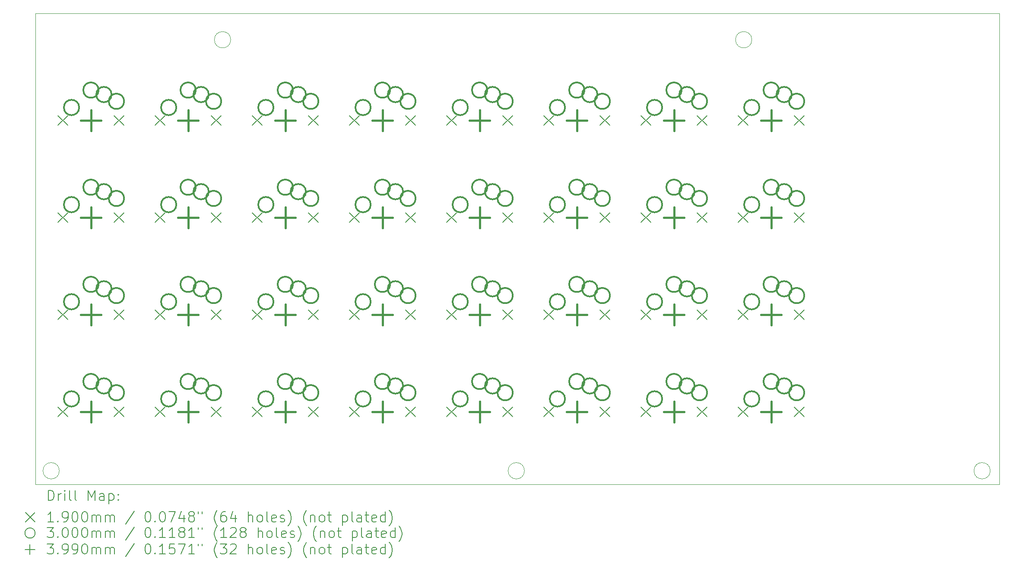
<source format=gbr>
%TF.GenerationSoftware,KiCad,Pcbnew,(6.0.8)*%
%TF.CreationDate,2023-01-16T17:00:11+01:00*%
%TF.ProjectId,The Macruwu 2.0,54686520-4d61-4637-9275-777520322e30,rev?*%
%TF.SameCoordinates,Original*%
%TF.FileFunction,Drillmap*%
%TF.FilePolarity,Positive*%
%FSLAX45Y45*%
G04 Gerber Fmt 4.5, Leading zero omitted, Abs format (unit mm)*
G04 Created by KiCad (PCBNEW (6.0.8)) date 2023-01-16 17:00:11*
%MOMM*%
%LPD*%
G01*
G04 APERTURE LIST*
%ADD10C,0.100000*%
%ADD11C,0.200000*%
%ADD12C,0.190000*%
%ADD13C,0.300000*%
%ADD14C,0.399000*%
G04 APERTURE END LIST*
D10*
X15519400Y-12141200D02*
G75*
G03*
X15519400Y-12141200I-160000J0D01*
G01*
X19977100Y-3688100D02*
G75*
G03*
X19977100Y-3688100I-160000J0D01*
G01*
X9761200Y-3688100D02*
G75*
G03*
X9761200Y-3688100I-160000J0D01*
G01*
X6400800Y-12141200D02*
G75*
G03*
X6400800Y-12141200I-160000J0D01*
G01*
X24650700Y-12141200D02*
G75*
G03*
X24650700Y-12141200I-160000J0D01*
G01*
X5930900Y-3175000D02*
X24828500Y-3175000D01*
X24828500Y-3175000D02*
X24828500Y-12407900D01*
X24828500Y-12407900D02*
X5930900Y-12407900D01*
X5930900Y-12407900D02*
X5930900Y-3175000D01*
D11*
D12*
X6375600Y-5175500D02*
X6565600Y-5365500D01*
X6565600Y-5175500D02*
X6375600Y-5365500D01*
X6375600Y-7080500D02*
X6565600Y-7270500D01*
X6565600Y-7080500D02*
X6375600Y-7270500D01*
X6375600Y-8985500D02*
X6565600Y-9175500D01*
X6565600Y-8985500D02*
X6375600Y-9175500D01*
X6375600Y-10890500D02*
X6565600Y-11080500D01*
X6565600Y-10890500D02*
X6375600Y-11080500D01*
X7475600Y-5175500D02*
X7665600Y-5365500D01*
X7665600Y-5175500D02*
X7475600Y-5365500D01*
X7475600Y-7080500D02*
X7665600Y-7270500D01*
X7665600Y-7080500D02*
X7475600Y-7270500D01*
X7475600Y-8985500D02*
X7665600Y-9175500D01*
X7665600Y-8985500D02*
X7475600Y-9175500D01*
X7475600Y-10890500D02*
X7665600Y-11080500D01*
X7665600Y-10890500D02*
X7475600Y-11080500D01*
X8280600Y-5175500D02*
X8470600Y-5365500D01*
X8470600Y-5175500D02*
X8280600Y-5365500D01*
X8280600Y-7080500D02*
X8470600Y-7270500D01*
X8470600Y-7080500D02*
X8280600Y-7270500D01*
X8280600Y-8985500D02*
X8470600Y-9175500D01*
X8470600Y-8985500D02*
X8280600Y-9175500D01*
X8280600Y-10890500D02*
X8470600Y-11080500D01*
X8470600Y-10890500D02*
X8280600Y-11080500D01*
X9380600Y-5175500D02*
X9570600Y-5365500D01*
X9570600Y-5175500D02*
X9380600Y-5365500D01*
X9380600Y-7080500D02*
X9570600Y-7270500D01*
X9570600Y-7080500D02*
X9380600Y-7270500D01*
X9380600Y-8985500D02*
X9570600Y-9175500D01*
X9570600Y-8985500D02*
X9380600Y-9175500D01*
X9380600Y-10890500D02*
X9570600Y-11080500D01*
X9570600Y-10890500D02*
X9380600Y-11080500D01*
X10185600Y-5175500D02*
X10375600Y-5365500D01*
X10375600Y-5175500D02*
X10185600Y-5365500D01*
X10185600Y-7080500D02*
X10375600Y-7270500D01*
X10375600Y-7080500D02*
X10185600Y-7270500D01*
X10185600Y-8985500D02*
X10375600Y-9175500D01*
X10375600Y-8985500D02*
X10185600Y-9175500D01*
X10185600Y-10890500D02*
X10375600Y-11080500D01*
X10375600Y-10890500D02*
X10185600Y-11080500D01*
X11285600Y-5175500D02*
X11475600Y-5365500D01*
X11475600Y-5175500D02*
X11285600Y-5365500D01*
X11285600Y-7080500D02*
X11475600Y-7270500D01*
X11475600Y-7080500D02*
X11285600Y-7270500D01*
X11285600Y-8985500D02*
X11475600Y-9175500D01*
X11475600Y-8985500D02*
X11285600Y-9175500D01*
X11285600Y-10890500D02*
X11475600Y-11080500D01*
X11475600Y-10890500D02*
X11285600Y-11080500D01*
X12090600Y-5175500D02*
X12280600Y-5365500D01*
X12280600Y-5175500D02*
X12090600Y-5365500D01*
X12090600Y-7080500D02*
X12280600Y-7270500D01*
X12280600Y-7080500D02*
X12090600Y-7270500D01*
X12090600Y-8985500D02*
X12280600Y-9175500D01*
X12280600Y-8985500D02*
X12090600Y-9175500D01*
X12090600Y-10890500D02*
X12280600Y-11080500D01*
X12280600Y-10890500D02*
X12090600Y-11080500D01*
X13190600Y-5175500D02*
X13380600Y-5365500D01*
X13380600Y-5175500D02*
X13190600Y-5365500D01*
X13190600Y-7080500D02*
X13380600Y-7270500D01*
X13380600Y-7080500D02*
X13190600Y-7270500D01*
X13190600Y-8985500D02*
X13380600Y-9175500D01*
X13380600Y-8985500D02*
X13190600Y-9175500D01*
X13190600Y-10890500D02*
X13380600Y-11080500D01*
X13380600Y-10890500D02*
X13190600Y-11080500D01*
X13995600Y-5175500D02*
X14185600Y-5365500D01*
X14185600Y-5175500D02*
X13995600Y-5365500D01*
X13995600Y-7080500D02*
X14185600Y-7270500D01*
X14185600Y-7080500D02*
X13995600Y-7270500D01*
X13995600Y-8985500D02*
X14185600Y-9175500D01*
X14185600Y-8985500D02*
X13995600Y-9175500D01*
X13995600Y-10890500D02*
X14185600Y-11080500D01*
X14185600Y-10890500D02*
X13995600Y-11080500D01*
X15095600Y-5175500D02*
X15285600Y-5365500D01*
X15285600Y-5175500D02*
X15095600Y-5365500D01*
X15095600Y-7080500D02*
X15285600Y-7270500D01*
X15285600Y-7080500D02*
X15095600Y-7270500D01*
X15095600Y-8985500D02*
X15285600Y-9175500D01*
X15285600Y-8985500D02*
X15095600Y-9175500D01*
X15095600Y-10890500D02*
X15285600Y-11080500D01*
X15285600Y-10890500D02*
X15095600Y-11080500D01*
X15900600Y-5175500D02*
X16090600Y-5365500D01*
X16090600Y-5175500D02*
X15900600Y-5365500D01*
X15900600Y-7080500D02*
X16090600Y-7270500D01*
X16090600Y-7080500D02*
X15900600Y-7270500D01*
X15900600Y-8985500D02*
X16090600Y-9175500D01*
X16090600Y-8985500D02*
X15900600Y-9175500D01*
X15900600Y-10890500D02*
X16090600Y-11080500D01*
X16090600Y-10890500D02*
X15900600Y-11080500D01*
X17000600Y-5175500D02*
X17190600Y-5365500D01*
X17190600Y-5175500D02*
X17000600Y-5365500D01*
X17000600Y-7080500D02*
X17190600Y-7270500D01*
X17190600Y-7080500D02*
X17000600Y-7270500D01*
X17000600Y-8985500D02*
X17190600Y-9175500D01*
X17190600Y-8985500D02*
X17000600Y-9175500D01*
X17000600Y-10890500D02*
X17190600Y-11080500D01*
X17190600Y-10890500D02*
X17000600Y-11080500D01*
X17805600Y-5175500D02*
X17995600Y-5365500D01*
X17995600Y-5175500D02*
X17805600Y-5365500D01*
X17805600Y-7080500D02*
X17995600Y-7270500D01*
X17995600Y-7080500D02*
X17805600Y-7270500D01*
X17805600Y-8985500D02*
X17995600Y-9175500D01*
X17995600Y-8985500D02*
X17805600Y-9175500D01*
X17805600Y-10890500D02*
X17995600Y-11080500D01*
X17995600Y-10890500D02*
X17805600Y-11080500D01*
X18905600Y-5175500D02*
X19095600Y-5365500D01*
X19095600Y-5175500D02*
X18905600Y-5365500D01*
X18905600Y-7080500D02*
X19095600Y-7270500D01*
X19095600Y-7080500D02*
X18905600Y-7270500D01*
X18905600Y-8985500D02*
X19095600Y-9175500D01*
X19095600Y-8985500D02*
X18905600Y-9175500D01*
X18905600Y-10890500D02*
X19095600Y-11080500D01*
X19095600Y-10890500D02*
X18905600Y-11080500D01*
X19710600Y-5175500D02*
X19900600Y-5365500D01*
X19900600Y-5175500D02*
X19710600Y-5365500D01*
X19710600Y-7080500D02*
X19900600Y-7270500D01*
X19900600Y-7080500D02*
X19710600Y-7270500D01*
X19710600Y-8985500D02*
X19900600Y-9175500D01*
X19900600Y-8985500D02*
X19710600Y-9175500D01*
X19710600Y-10890500D02*
X19900600Y-11080500D01*
X19900600Y-10890500D02*
X19710600Y-11080500D01*
X20810600Y-5175500D02*
X21000600Y-5365500D01*
X21000600Y-5175500D02*
X20810600Y-5365500D01*
X20810600Y-7080500D02*
X21000600Y-7270500D01*
X21000600Y-7080500D02*
X20810600Y-7270500D01*
X20810600Y-8985500D02*
X21000600Y-9175500D01*
X21000600Y-8985500D02*
X20810600Y-9175500D01*
X20810600Y-10890500D02*
X21000600Y-11080500D01*
X21000600Y-10890500D02*
X20810600Y-11080500D01*
D13*
X6789600Y-5016500D02*
G75*
G03*
X6789600Y-5016500I-150000J0D01*
G01*
X6789600Y-6921500D02*
G75*
G03*
X6789600Y-6921500I-150000J0D01*
G01*
X6789600Y-8826500D02*
G75*
G03*
X6789600Y-8826500I-150000J0D01*
G01*
X6789600Y-10731500D02*
G75*
G03*
X6789600Y-10731500I-150000J0D01*
G01*
X7170600Y-4675500D02*
G75*
G03*
X7170600Y-4675500I-150000J0D01*
G01*
X7170600Y-6580500D02*
G75*
G03*
X7170600Y-6580500I-150000J0D01*
G01*
X7170600Y-8485500D02*
G75*
G03*
X7170600Y-8485500I-150000J0D01*
G01*
X7170600Y-10390500D02*
G75*
G03*
X7170600Y-10390500I-150000J0D01*
G01*
X7424600Y-4762500D02*
G75*
G03*
X7424600Y-4762500I-150000J0D01*
G01*
X7424600Y-6667500D02*
G75*
G03*
X7424600Y-6667500I-150000J0D01*
G01*
X7424600Y-8572500D02*
G75*
G03*
X7424600Y-8572500I-150000J0D01*
G01*
X7424600Y-10477500D02*
G75*
G03*
X7424600Y-10477500I-150000J0D01*
G01*
X7670600Y-4895500D02*
G75*
G03*
X7670600Y-4895500I-150000J0D01*
G01*
X7670600Y-6800500D02*
G75*
G03*
X7670600Y-6800500I-150000J0D01*
G01*
X7670600Y-8705500D02*
G75*
G03*
X7670600Y-8705500I-150000J0D01*
G01*
X7670600Y-10610500D02*
G75*
G03*
X7670600Y-10610500I-150000J0D01*
G01*
X8694600Y-5016500D02*
G75*
G03*
X8694600Y-5016500I-150000J0D01*
G01*
X8694600Y-6921500D02*
G75*
G03*
X8694600Y-6921500I-150000J0D01*
G01*
X8694600Y-8826500D02*
G75*
G03*
X8694600Y-8826500I-150000J0D01*
G01*
X8694600Y-10731500D02*
G75*
G03*
X8694600Y-10731500I-150000J0D01*
G01*
X9075600Y-4675500D02*
G75*
G03*
X9075600Y-4675500I-150000J0D01*
G01*
X9075600Y-6580500D02*
G75*
G03*
X9075600Y-6580500I-150000J0D01*
G01*
X9075600Y-8485500D02*
G75*
G03*
X9075600Y-8485500I-150000J0D01*
G01*
X9075600Y-10390500D02*
G75*
G03*
X9075600Y-10390500I-150000J0D01*
G01*
X9329600Y-4762500D02*
G75*
G03*
X9329600Y-4762500I-150000J0D01*
G01*
X9329600Y-6667500D02*
G75*
G03*
X9329600Y-6667500I-150000J0D01*
G01*
X9329600Y-8572500D02*
G75*
G03*
X9329600Y-8572500I-150000J0D01*
G01*
X9329600Y-10477500D02*
G75*
G03*
X9329600Y-10477500I-150000J0D01*
G01*
X9575600Y-4895500D02*
G75*
G03*
X9575600Y-4895500I-150000J0D01*
G01*
X9575600Y-6800500D02*
G75*
G03*
X9575600Y-6800500I-150000J0D01*
G01*
X9575600Y-8705500D02*
G75*
G03*
X9575600Y-8705500I-150000J0D01*
G01*
X9575600Y-10610500D02*
G75*
G03*
X9575600Y-10610500I-150000J0D01*
G01*
X10599600Y-5016500D02*
G75*
G03*
X10599600Y-5016500I-150000J0D01*
G01*
X10599600Y-6921500D02*
G75*
G03*
X10599600Y-6921500I-150000J0D01*
G01*
X10599600Y-8826500D02*
G75*
G03*
X10599600Y-8826500I-150000J0D01*
G01*
X10599600Y-10731500D02*
G75*
G03*
X10599600Y-10731500I-150000J0D01*
G01*
X10980600Y-4675500D02*
G75*
G03*
X10980600Y-4675500I-150000J0D01*
G01*
X10980600Y-6580500D02*
G75*
G03*
X10980600Y-6580500I-150000J0D01*
G01*
X10980600Y-8485500D02*
G75*
G03*
X10980600Y-8485500I-150000J0D01*
G01*
X10980600Y-10390500D02*
G75*
G03*
X10980600Y-10390500I-150000J0D01*
G01*
X11234600Y-4762500D02*
G75*
G03*
X11234600Y-4762500I-150000J0D01*
G01*
X11234600Y-6667500D02*
G75*
G03*
X11234600Y-6667500I-150000J0D01*
G01*
X11234600Y-8572500D02*
G75*
G03*
X11234600Y-8572500I-150000J0D01*
G01*
X11234600Y-10477500D02*
G75*
G03*
X11234600Y-10477500I-150000J0D01*
G01*
X11480600Y-4895500D02*
G75*
G03*
X11480600Y-4895500I-150000J0D01*
G01*
X11480600Y-6800500D02*
G75*
G03*
X11480600Y-6800500I-150000J0D01*
G01*
X11480600Y-8705500D02*
G75*
G03*
X11480600Y-8705500I-150000J0D01*
G01*
X11480600Y-10610500D02*
G75*
G03*
X11480600Y-10610500I-150000J0D01*
G01*
X12504600Y-5016500D02*
G75*
G03*
X12504600Y-5016500I-150000J0D01*
G01*
X12504600Y-6921500D02*
G75*
G03*
X12504600Y-6921500I-150000J0D01*
G01*
X12504600Y-8826500D02*
G75*
G03*
X12504600Y-8826500I-150000J0D01*
G01*
X12504600Y-10731500D02*
G75*
G03*
X12504600Y-10731500I-150000J0D01*
G01*
X12885600Y-4675500D02*
G75*
G03*
X12885600Y-4675500I-150000J0D01*
G01*
X12885600Y-6580500D02*
G75*
G03*
X12885600Y-6580500I-150000J0D01*
G01*
X12885600Y-8485500D02*
G75*
G03*
X12885600Y-8485500I-150000J0D01*
G01*
X12885600Y-10390500D02*
G75*
G03*
X12885600Y-10390500I-150000J0D01*
G01*
X13139600Y-4762500D02*
G75*
G03*
X13139600Y-4762500I-150000J0D01*
G01*
X13139600Y-6667500D02*
G75*
G03*
X13139600Y-6667500I-150000J0D01*
G01*
X13139600Y-8572500D02*
G75*
G03*
X13139600Y-8572500I-150000J0D01*
G01*
X13139600Y-10477500D02*
G75*
G03*
X13139600Y-10477500I-150000J0D01*
G01*
X13385600Y-4895500D02*
G75*
G03*
X13385600Y-4895500I-150000J0D01*
G01*
X13385600Y-6800500D02*
G75*
G03*
X13385600Y-6800500I-150000J0D01*
G01*
X13385600Y-8705500D02*
G75*
G03*
X13385600Y-8705500I-150000J0D01*
G01*
X13385600Y-10610500D02*
G75*
G03*
X13385600Y-10610500I-150000J0D01*
G01*
X14409600Y-5016500D02*
G75*
G03*
X14409600Y-5016500I-150000J0D01*
G01*
X14409600Y-6921500D02*
G75*
G03*
X14409600Y-6921500I-150000J0D01*
G01*
X14409600Y-8826500D02*
G75*
G03*
X14409600Y-8826500I-150000J0D01*
G01*
X14409600Y-10731500D02*
G75*
G03*
X14409600Y-10731500I-150000J0D01*
G01*
X14790600Y-4675500D02*
G75*
G03*
X14790600Y-4675500I-150000J0D01*
G01*
X14790600Y-6580500D02*
G75*
G03*
X14790600Y-6580500I-150000J0D01*
G01*
X14790600Y-8485500D02*
G75*
G03*
X14790600Y-8485500I-150000J0D01*
G01*
X14790600Y-10390500D02*
G75*
G03*
X14790600Y-10390500I-150000J0D01*
G01*
X15044600Y-4762500D02*
G75*
G03*
X15044600Y-4762500I-150000J0D01*
G01*
X15044600Y-6667500D02*
G75*
G03*
X15044600Y-6667500I-150000J0D01*
G01*
X15044600Y-8572500D02*
G75*
G03*
X15044600Y-8572500I-150000J0D01*
G01*
X15044600Y-10477500D02*
G75*
G03*
X15044600Y-10477500I-150000J0D01*
G01*
X15290600Y-4895500D02*
G75*
G03*
X15290600Y-4895500I-150000J0D01*
G01*
X15290600Y-6800500D02*
G75*
G03*
X15290600Y-6800500I-150000J0D01*
G01*
X15290600Y-8705500D02*
G75*
G03*
X15290600Y-8705500I-150000J0D01*
G01*
X15290600Y-10610500D02*
G75*
G03*
X15290600Y-10610500I-150000J0D01*
G01*
X16314600Y-5016500D02*
G75*
G03*
X16314600Y-5016500I-150000J0D01*
G01*
X16314600Y-6921500D02*
G75*
G03*
X16314600Y-6921500I-150000J0D01*
G01*
X16314600Y-8826500D02*
G75*
G03*
X16314600Y-8826500I-150000J0D01*
G01*
X16314600Y-10731500D02*
G75*
G03*
X16314600Y-10731500I-150000J0D01*
G01*
X16695600Y-4675500D02*
G75*
G03*
X16695600Y-4675500I-150000J0D01*
G01*
X16695600Y-6580500D02*
G75*
G03*
X16695600Y-6580500I-150000J0D01*
G01*
X16695600Y-8485500D02*
G75*
G03*
X16695600Y-8485500I-150000J0D01*
G01*
X16695600Y-10390500D02*
G75*
G03*
X16695600Y-10390500I-150000J0D01*
G01*
X16949600Y-4762500D02*
G75*
G03*
X16949600Y-4762500I-150000J0D01*
G01*
X16949600Y-6667500D02*
G75*
G03*
X16949600Y-6667500I-150000J0D01*
G01*
X16949600Y-8572500D02*
G75*
G03*
X16949600Y-8572500I-150000J0D01*
G01*
X16949600Y-10477500D02*
G75*
G03*
X16949600Y-10477500I-150000J0D01*
G01*
X17195600Y-4895500D02*
G75*
G03*
X17195600Y-4895500I-150000J0D01*
G01*
X17195600Y-6800500D02*
G75*
G03*
X17195600Y-6800500I-150000J0D01*
G01*
X17195600Y-8705500D02*
G75*
G03*
X17195600Y-8705500I-150000J0D01*
G01*
X17195600Y-10610500D02*
G75*
G03*
X17195600Y-10610500I-150000J0D01*
G01*
X18219600Y-5016500D02*
G75*
G03*
X18219600Y-5016500I-150000J0D01*
G01*
X18219600Y-6921500D02*
G75*
G03*
X18219600Y-6921500I-150000J0D01*
G01*
X18219600Y-8826500D02*
G75*
G03*
X18219600Y-8826500I-150000J0D01*
G01*
X18219600Y-10731500D02*
G75*
G03*
X18219600Y-10731500I-150000J0D01*
G01*
X18600600Y-4675500D02*
G75*
G03*
X18600600Y-4675500I-150000J0D01*
G01*
X18600600Y-6580500D02*
G75*
G03*
X18600600Y-6580500I-150000J0D01*
G01*
X18600600Y-8485500D02*
G75*
G03*
X18600600Y-8485500I-150000J0D01*
G01*
X18600600Y-10390500D02*
G75*
G03*
X18600600Y-10390500I-150000J0D01*
G01*
X18854600Y-4762500D02*
G75*
G03*
X18854600Y-4762500I-150000J0D01*
G01*
X18854600Y-6667500D02*
G75*
G03*
X18854600Y-6667500I-150000J0D01*
G01*
X18854600Y-8572500D02*
G75*
G03*
X18854600Y-8572500I-150000J0D01*
G01*
X18854600Y-10477500D02*
G75*
G03*
X18854600Y-10477500I-150000J0D01*
G01*
X19100600Y-4895500D02*
G75*
G03*
X19100600Y-4895500I-150000J0D01*
G01*
X19100600Y-6800500D02*
G75*
G03*
X19100600Y-6800500I-150000J0D01*
G01*
X19100600Y-8705500D02*
G75*
G03*
X19100600Y-8705500I-150000J0D01*
G01*
X19100600Y-10610500D02*
G75*
G03*
X19100600Y-10610500I-150000J0D01*
G01*
X20124600Y-5016500D02*
G75*
G03*
X20124600Y-5016500I-150000J0D01*
G01*
X20124600Y-6921500D02*
G75*
G03*
X20124600Y-6921500I-150000J0D01*
G01*
X20124600Y-8826500D02*
G75*
G03*
X20124600Y-8826500I-150000J0D01*
G01*
X20124600Y-10731500D02*
G75*
G03*
X20124600Y-10731500I-150000J0D01*
G01*
X20505600Y-4675500D02*
G75*
G03*
X20505600Y-4675500I-150000J0D01*
G01*
X20505600Y-6580500D02*
G75*
G03*
X20505600Y-6580500I-150000J0D01*
G01*
X20505600Y-8485500D02*
G75*
G03*
X20505600Y-8485500I-150000J0D01*
G01*
X20505600Y-10390500D02*
G75*
G03*
X20505600Y-10390500I-150000J0D01*
G01*
X20759600Y-4762500D02*
G75*
G03*
X20759600Y-4762500I-150000J0D01*
G01*
X20759600Y-6667500D02*
G75*
G03*
X20759600Y-6667500I-150000J0D01*
G01*
X20759600Y-8572500D02*
G75*
G03*
X20759600Y-8572500I-150000J0D01*
G01*
X20759600Y-10477500D02*
G75*
G03*
X20759600Y-10477500I-150000J0D01*
G01*
X21005600Y-4895500D02*
G75*
G03*
X21005600Y-4895500I-150000J0D01*
G01*
X21005600Y-6800500D02*
G75*
G03*
X21005600Y-6800500I-150000J0D01*
G01*
X21005600Y-8705500D02*
G75*
G03*
X21005600Y-8705500I-150000J0D01*
G01*
X21005600Y-10610500D02*
G75*
G03*
X21005600Y-10610500I-150000J0D01*
G01*
D14*
X7020600Y-5071000D02*
X7020600Y-5470000D01*
X6821100Y-5270500D02*
X7220100Y-5270500D01*
X7020600Y-6976000D02*
X7020600Y-7375000D01*
X6821100Y-7175500D02*
X7220100Y-7175500D01*
X7020600Y-8881000D02*
X7020600Y-9280000D01*
X6821100Y-9080500D02*
X7220100Y-9080500D01*
X7020600Y-10786000D02*
X7020600Y-11185000D01*
X6821100Y-10985500D02*
X7220100Y-10985500D01*
X8925600Y-5071000D02*
X8925600Y-5470000D01*
X8726100Y-5270500D02*
X9125100Y-5270500D01*
X8925600Y-6976000D02*
X8925600Y-7375000D01*
X8726100Y-7175500D02*
X9125100Y-7175500D01*
X8925600Y-8881000D02*
X8925600Y-9280000D01*
X8726100Y-9080500D02*
X9125100Y-9080500D01*
X8925600Y-10786000D02*
X8925600Y-11185000D01*
X8726100Y-10985500D02*
X9125100Y-10985500D01*
X10830600Y-5071000D02*
X10830600Y-5470000D01*
X10631100Y-5270500D02*
X11030100Y-5270500D01*
X10830600Y-6976000D02*
X10830600Y-7375000D01*
X10631100Y-7175500D02*
X11030100Y-7175500D01*
X10830600Y-8881000D02*
X10830600Y-9280000D01*
X10631100Y-9080500D02*
X11030100Y-9080500D01*
X10830600Y-10786000D02*
X10830600Y-11185000D01*
X10631100Y-10985500D02*
X11030100Y-10985500D01*
X12735600Y-5071000D02*
X12735600Y-5470000D01*
X12536100Y-5270500D02*
X12935100Y-5270500D01*
X12735600Y-6976000D02*
X12735600Y-7375000D01*
X12536100Y-7175500D02*
X12935100Y-7175500D01*
X12735600Y-8881000D02*
X12735600Y-9280000D01*
X12536100Y-9080500D02*
X12935100Y-9080500D01*
X12735600Y-10786000D02*
X12735600Y-11185000D01*
X12536100Y-10985500D02*
X12935100Y-10985500D01*
X14640600Y-5071000D02*
X14640600Y-5470000D01*
X14441100Y-5270500D02*
X14840100Y-5270500D01*
X14640600Y-6976000D02*
X14640600Y-7375000D01*
X14441100Y-7175500D02*
X14840100Y-7175500D01*
X14640600Y-8881000D02*
X14640600Y-9280000D01*
X14441100Y-9080500D02*
X14840100Y-9080500D01*
X14640600Y-10786000D02*
X14640600Y-11185000D01*
X14441100Y-10985500D02*
X14840100Y-10985500D01*
X16545600Y-5071000D02*
X16545600Y-5470000D01*
X16346100Y-5270500D02*
X16745100Y-5270500D01*
X16545600Y-6976000D02*
X16545600Y-7375000D01*
X16346100Y-7175500D02*
X16745100Y-7175500D01*
X16545600Y-8881000D02*
X16545600Y-9280000D01*
X16346100Y-9080500D02*
X16745100Y-9080500D01*
X16545600Y-10786000D02*
X16545600Y-11185000D01*
X16346100Y-10985500D02*
X16745100Y-10985500D01*
X18450600Y-5071000D02*
X18450600Y-5470000D01*
X18251100Y-5270500D02*
X18650100Y-5270500D01*
X18450600Y-6976000D02*
X18450600Y-7375000D01*
X18251100Y-7175500D02*
X18650100Y-7175500D01*
X18450600Y-8881000D02*
X18450600Y-9280000D01*
X18251100Y-9080500D02*
X18650100Y-9080500D01*
X18450600Y-10786000D02*
X18450600Y-11185000D01*
X18251100Y-10985500D02*
X18650100Y-10985500D01*
X20355600Y-5071000D02*
X20355600Y-5470000D01*
X20156100Y-5270500D02*
X20555100Y-5270500D01*
X20355600Y-6976000D02*
X20355600Y-7375000D01*
X20156100Y-7175500D02*
X20555100Y-7175500D01*
X20355600Y-8881000D02*
X20355600Y-9280000D01*
X20156100Y-9080500D02*
X20555100Y-9080500D01*
X20355600Y-10786000D02*
X20355600Y-11185000D01*
X20156100Y-10985500D02*
X20555100Y-10985500D01*
D11*
X6183519Y-12723376D02*
X6183519Y-12523376D01*
X6231138Y-12523376D01*
X6259709Y-12532900D01*
X6278757Y-12551948D01*
X6288281Y-12570995D01*
X6297805Y-12609090D01*
X6297805Y-12637662D01*
X6288281Y-12675757D01*
X6278757Y-12694805D01*
X6259709Y-12713852D01*
X6231138Y-12723376D01*
X6183519Y-12723376D01*
X6383519Y-12723376D02*
X6383519Y-12590043D01*
X6383519Y-12628138D02*
X6393043Y-12609090D01*
X6402567Y-12599567D01*
X6421614Y-12590043D01*
X6440662Y-12590043D01*
X6507328Y-12723376D02*
X6507328Y-12590043D01*
X6507328Y-12523376D02*
X6497805Y-12532900D01*
X6507328Y-12542424D01*
X6516852Y-12532900D01*
X6507328Y-12523376D01*
X6507328Y-12542424D01*
X6631138Y-12723376D02*
X6612090Y-12713852D01*
X6602567Y-12694805D01*
X6602567Y-12523376D01*
X6735900Y-12723376D02*
X6716852Y-12713852D01*
X6707328Y-12694805D01*
X6707328Y-12523376D01*
X6964471Y-12723376D02*
X6964471Y-12523376D01*
X7031138Y-12666233D01*
X7097805Y-12523376D01*
X7097805Y-12723376D01*
X7278757Y-12723376D02*
X7278757Y-12618614D01*
X7269233Y-12599567D01*
X7250186Y-12590043D01*
X7212090Y-12590043D01*
X7193043Y-12599567D01*
X7278757Y-12713852D02*
X7259709Y-12723376D01*
X7212090Y-12723376D01*
X7193043Y-12713852D01*
X7183519Y-12694805D01*
X7183519Y-12675757D01*
X7193043Y-12656709D01*
X7212090Y-12647186D01*
X7259709Y-12647186D01*
X7278757Y-12637662D01*
X7373995Y-12590043D02*
X7373995Y-12790043D01*
X7373995Y-12599567D02*
X7393043Y-12590043D01*
X7431138Y-12590043D01*
X7450186Y-12599567D01*
X7459709Y-12609090D01*
X7469233Y-12628138D01*
X7469233Y-12685281D01*
X7459709Y-12704328D01*
X7450186Y-12713852D01*
X7431138Y-12723376D01*
X7393043Y-12723376D01*
X7373995Y-12713852D01*
X7554948Y-12704328D02*
X7564471Y-12713852D01*
X7554948Y-12723376D01*
X7545424Y-12713852D01*
X7554948Y-12704328D01*
X7554948Y-12723376D01*
X7554948Y-12599567D02*
X7564471Y-12609090D01*
X7554948Y-12618614D01*
X7545424Y-12609090D01*
X7554948Y-12599567D01*
X7554948Y-12618614D01*
D12*
X5735900Y-12957900D02*
X5925900Y-13147900D01*
X5925900Y-12957900D02*
X5735900Y-13147900D01*
D11*
X6288281Y-13143376D02*
X6173995Y-13143376D01*
X6231138Y-13143376D02*
X6231138Y-12943376D01*
X6212090Y-12971948D01*
X6193043Y-12990995D01*
X6173995Y-13000519D01*
X6373995Y-13124328D02*
X6383519Y-13133852D01*
X6373995Y-13143376D01*
X6364471Y-13133852D01*
X6373995Y-13124328D01*
X6373995Y-13143376D01*
X6478757Y-13143376D02*
X6516852Y-13143376D01*
X6535900Y-13133852D01*
X6545424Y-13124328D01*
X6564471Y-13095757D01*
X6573995Y-13057662D01*
X6573995Y-12981471D01*
X6564471Y-12962424D01*
X6554948Y-12952900D01*
X6535900Y-12943376D01*
X6497805Y-12943376D01*
X6478757Y-12952900D01*
X6469233Y-12962424D01*
X6459709Y-12981471D01*
X6459709Y-13029090D01*
X6469233Y-13048138D01*
X6478757Y-13057662D01*
X6497805Y-13067186D01*
X6535900Y-13067186D01*
X6554948Y-13057662D01*
X6564471Y-13048138D01*
X6573995Y-13029090D01*
X6697805Y-12943376D02*
X6716852Y-12943376D01*
X6735900Y-12952900D01*
X6745424Y-12962424D01*
X6754948Y-12981471D01*
X6764471Y-13019567D01*
X6764471Y-13067186D01*
X6754948Y-13105281D01*
X6745424Y-13124328D01*
X6735900Y-13133852D01*
X6716852Y-13143376D01*
X6697805Y-13143376D01*
X6678757Y-13133852D01*
X6669233Y-13124328D01*
X6659709Y-13105281D01*
X6650186Y-13067186D01*
X6650186Y-13019567D01*
X6659709Y-12981471D01*
X6669233Y-12962424D01*
X6678757Y-12952900D01*
X6697805Y-12943376D01*
X6888281Y-12943376D02*
X6907328Y-12943376D01*
X6926376Y-12952900D01*
X6935900Y-12962424D01*
X6945424Y-12981471D01*
X6954948Y-13019567D01*
X6954948Y-13067186D01*
X6945424Y-13105281D01*
X6935900Y-13124328D01*
X6926376Y-13133852D01*
X6907328Y-13143376D01*
X6888281Y-13143376D01*
X6869233Y-13133852D01*
X6859709Y-13124328D01*
X6850186Y-13105281D01*
X6840662Y-13067186D01*
X6840662Y-13019567D01*
X6850186Y-12981471D01*
X6859709Y-12962424D01*
X6869233Y-12952900D01*
X6888281Y-12943376D01*
X7040662Y-13143376D02*
X7040662Y-13010043D01*
X7040662Y-13029090D02*
X7050186Y-13019567D01*
X7069233Y-13010043D01*
X7097805Y-13010043D01*
X7116852Y-13019567D01*
X7126376Y-13038614D01*
X7126376Y-13143376D01*
X7126376Y-13038614D02*
X7135900Y-13019567D01*
X7154948Y-13010043D01*
X7183519Y-13010043D01*
X7202567Y-13019567D01*
X7212090Y-13038614D01*
X7212090Y-13143376D01*
X7307328Y-13143376D02*
X7307328Y-13010043D01*
X7307328Y-13029090D02*
X7316852Y-13019567D01*
X7335900Y-13010043D01*
X7364471Y-13010043D01*
X7383519Y-13019567D01*
X7393043Y-13038614D01*
X7393043Y-13143376D01*
X7393043Y-13038614D02*
X7402567Y-13019567D01*
X7421614Y-13010043D01*
X7450186Y-13010043D01*
X7469233Y-13019567D01*
X7478757Y-13038614D01*
X7478757Y-13143376D01*
X7869233Y-12933852D02*
X7697805Y-13190995D01*
X8126376Y-12943376D02*
X8145424Y-12943376D01*
X8164471Y-12952900D01*
X8173995Y-12962424D01*
X8183519Y-12981471D01*
X8193043Y-13019567D01*
X8193043Y-13067186D01*
X8183519Y-13105281D01*
X8173995Y-13124328D01*
X8164471Y-13133852D01*
X8145424Y-13143376D01*
X8126376Y-13143376D01*
X8107328Y-13133852D01*
X8097805Y-13124328D01*
X8088281Y-13105281D01*
X8078757Y-13067186D01*
X8078757Y-13019567D01*
X8088281Y-12981471D01*
X8097805Y-12962424D01*
X8107328Y-12952900D01*
X8126376Y-12943376D01*
X8278757Y-13124328D02*
X8288281Y-13133852D01*
X8278757Y-13143376D01*
X8269233Y-13133852D01*
X8278757Y-13124328D01*
X8278757Y-13143376D01*
X8412090Y-12943376D02*
X8431138Y-12943376D01*
X8450186Y-12952900D01*
X8459710Y-12962424D01*
X8469233Y-12981471D01*
X8478757Y-13019567D01*
X8478757Y-13067186D01*
X8469233Y-13105281D01*
X8459710Y-13124328D01*
X8450186Y-13133852D01*
X8431138Y-13143376D01*
X8412090Y-13143376D01*
X8393043Y-13133852D01*
X8383519Y-13124328D01*
X8373995Y-13105281D01*
X8364471Y-13067186D01*
X8364471Y-13019567D01*
X8373995Y-12981471D01*
X8383519Y-12962424D01*
X8393043Y-12952900D01*
X8412090Y-12943376D01*
X8545424Y-12943376D02*
X8678757Y-12943376D01*
X8593043Y-13143376D01*
X8840662Y-13010043D02*
X8840662Y-13143376D01*
X8793043Y-12933852D02*
X8745424Y-13076709D01*
X8869233Y-13076709D01*
X8973995Y-13029090D02*
X8954948Y-13019567D01*
X8945424Y-13010043D01*
X8935900Y-12990995D01*
X8935900Y-12981471D01*
X8945424Y-12962424D01*
X8954948Y-12952900D01*
X8973995Y-12943376D01*
X9012090Y-12943376D01*
X9031138Y-12952900D01*
X9040662Y-12962424D01*
X9050186Y-12981471D01*
X9050186Y-12990995D01*
X9040662Y-13010043D01*
X9031138Y-13019567D01*
X9012090Y-13029090D01*
X8973995Y-13029090D01*
X8954948Y-13038614D01*
X8945424Y-13048138D01*
X8935900Y-13067186D01*
X8935900Y-13105281D01*
X8945424Y-13124328D01*
X8954948Y-13133852D01*
X8973995Y-13143376D01*
X9012090Y-13143376D01*
X9031138Y-13133852D01*
X9040662Y-13124328D01*
X9050186Y-13105281D01*
X9050186Y-13067186D01*
X9040662Y-13048138D01*
X9031138Y-13038614D01*
X9012090Y-13029090D01*
X9126376Y-12943376D02*
X9126376Y-12981471D01*
X9202567Y-12943376D02*
X9202567Y-12981471D01*
X9497805Y-13219567D02*
X9488281Y-13210043D01*
X9469233Y-13181471D01*
X9459710Y-13162424D01*
X9450186Y-13133852D01*
X9440662Y-13086233D01*
X9440662Y-13048138D01*
X9450186Y-13000519D01*
X9459710Y-12971948D01*
X9469233Y-12952900D01*
X9488281Y-12924328D01*
X9497805Y-12914805D01*
X9659710Y-12943376D02*
X9621614Y-12943376D01*
X9602567Y-12952900D01*
X9593043Y-12962424D01*
X9573995Y-12990995D01*
X9564471Y-13029090D01*
X9564471Y-13105281D01*
X9573995Y-13124328D01*
X9583519Y-13133852D01*
X9602567Y-13143376D01*
X9640662Y-13143376D01*
X9659710Y-13133852D01*
X9669233Y-13124328D01*
X9678757Y-13105281D01*
X9678757Y-13057662D01*
X9669233Y-13038614D01*
X9659710Y-13029090D01*
X9640662Y-13019567D01*
X9602567Y-13019567D01*
X9583519Y-13029090D01*
X9573995Y-13038614D01*
X9564471Y-13057662D01*
X9850186Y-13010043D02*
X9850186Y-13143376D01*
X9802567Y-12933852D02*
X9754948Y-13076709D01*
X9878757Y-13076709D01*
X10107329Y-13143376D02*
X10107329Y-12943376D01*
X10193043Y-13143376D02*
X10193043Y-13038614D01*
X10183519Y-13019567D01*
X10164471Y-13010043D01*
X10135900Y-13010043D01*
X10116852Y-13019567D01*
X10107329Y-13029090D01*
X10316852Y-13143376D02*
X10297805Y-13133852D01*
X10288281Y-13124328D01*
X10278757Y-13105281D01*
X10278757Y-13048138D01*
X10288281Y-13029090D01*
X10297805Y-13019567D01*
X10316852Y-13010043D01*
X10345424Y-13010043D01*
X10364471Y-13019567D01*
X10373995Y-13029090D01*
X10383519Y-13048138D01*
X10383519Y-13105281D01*
X10373995Y-13124328D01*
X10364471Y-13133852D01*
X10345424Y-13143376D01*
X10316852Y-13143376D01*
X10497805Y-13143376D02*
X10478757Y-13133852D01*
X10469233Y-13114805D01*
X10469233Y-12943376D01*
X10650186Y-13133852D02*
X10631138Y-13143376D01*
X10593043Y-13143376D01*
X10573995Y-13133852D01*
X10564471Y-13114805D01*
X10564471Y-13038614D01*
X10573995Y-13019567D01*
X10593043Y-13010043D01*
X10631138Y-13010043D01*
X10650186Y-13019567D01*
X10659710Y-13038614D01*
X10659710Y-13057662D01*
X10564471Y-13076709D01*
X10735900Y-13133852D02*
X10754948Y-13143376D01*
X10793043Y-13143376D01*
X10812090Y-13133852D01*
X10821614Y-13114805D01*
X10821614Y-13105281D01*
X10812090Y-13086233D01*
X10793043Y-13076709D01*
X10764471Y-13076709D01*
X10745424Y-13067186D01*
X10735900Y-13048138D01*
X10735900Y-13038614D01*
X10745424Y-13019567D01*
X10764471Y-13010043D01*
X10793043Y-13010043D01*
X10812090Y-13019567D01*
X10888281Y-13219567D02*
X10897805Y-13210043D01*
X10916852Y-13181471D01*
X10926376Y-13162424D01*
X10935900Y-13133852D01*
X10945424Y-13086233D01*
X10945424Y-13048138D01*
X10935900Y-13000519D01*
X10926376Y-12971948D01*
X10916852Y-12952900D01*
X10897805Y-12924328D01*
X10888281Y-12914805D01*
X11250186Y-13219567D02*
X11240662Y-13210043D01*
X11221614Y-13181471D01*
X11212090Y-13162424D01*
X11202567Y-13133852D01*
X11193043Y-13086233D01*
X11193043Y-13048138D01*
X11202567Y-13000519D01*
X11212090Y-12971948D01*
X11221614Y-12952900D01*
X11240662Y-12924328D01*
X11250186Y-12914805D01*
X11326376Y-13010043D02*
X11326376Y-13143376D01*
X11326376Y-13029090D02*
X11335900Y-13019567D01*
X11354948Y-13010043D01*
X11383519Y-13010043D01*
X11402567Y-13019567D01*
X11412090Y-13038614D01*
X11412090Y-13143376D01*
X11535900Y-13143376D02*
X11516852Y-13133852D01*
X11507328Y-13124328D01*
X11497805Y-13105281D01*
X11497805Y-13048138D01*
X11507328Y-13029090D01*
X11516852Y-13019567D01*
X11535900Y-13010043D01*
X11564471Y-13010043D01*
X11583519Y-13019567D01*
X11593043Y-13029090D01*
X11602567Y-13048138D01*
X11602567Y-13105281D01*
X11593043Y-13124328D01*
X11583519Y-13133852D01*
X11564471Y-13143376D01*
X11535900Y-13143376D01*
X11659709Y-13010043D02*
X11735900Y-13010043D01*
X11688281Y-12943376D02*
X11688281Y-13114805D01*
X11697805Y-13133852D01*
X11716852Y-13143376D01*
X11735900Y-13143376D01*
X11954948Y-13010043D02*
X11954948Y-13210043D01*
X11954948Y-13019567D02*
X11973995Y-13010043D01*
X12012090Y-13010043D01*
X12031138Y-13019567D01*
X12040662Y-13029090D01*
X12050186Y-13048138D01*
X12050186Y-13105281D01*
X12040662Y-13124328D01*
X12031138Y-13133852D01*
X12012090Y-13143376D01*
X11973995Y-13143376D01*
X11954948Y-13133852D01*
X12164471Y-13143376D02*
X12145424Y-13133852D01*
X12135900Y-13114805D01*
X12135900Y-12943376D01*
X12326376Y-13143376D02*
X12326376Y-13038614D01*
X12316852Y-13019567D01*
X12297805Y-13010043D01*
X12259709Y-13010043D01*
X12240662Y-13019567D01*
X12326376Y-13133852D02*
X12307328Y-13143376D01*
X12259709Y-13143376D01*
X12240662Y-13133852D01*
X12231138Y-13114805D01*
X12231138Y-13095757D01*
X12240662Y-13076709D01*
X12259709Y-13067186D01*
X12307328Y-13067186D01*
X12326376Y-13057662D01*
X12393043Y-13010043D02*
X12469233Y-13010043D01*
X12421614Y-12943376D02*
X12421614Y-13114805D01*
X12431138Y-13133852D01*
X12450186Y-13143376D01*
X12469233Y-13143376D01*
X12612090Y-13133852D02*
X12593043Y-13143376D01*
X12554948Y-13143376D01*
X12535900Y-13133852D01*
X12526376Y-13114805D01*
X12526376Y-13038614D01*
X12535900Y-13019567D01*
X12554948Y-13010043D01*
X12593043Y-13010043D01*
X12612090Y-13019567D01*
X12621614Y-13038614D01*
X12621614Y-13057662D01*
X12526376Y-13076709D01*
X12793043Y-13143376D02*
X12793043Y-12943376D01*
X12793043Y-13133852D02*
X12773995Y-13143376D01*
X12735900Y-13143376D01*
X12716852Y-13133852D01*
X12707328Y-13124328D01*
X12697805Y-13105281D01*
X12697805Y-13048138D01*
X12707328Y-13029090D01*
X12716852Y-13019567D01*
X12735900Y-13010043D01*
X12773995Y-13010043D01*
X12793043Y-13019567D01*
X12869233Y-13219567D02*
X12878757Y-13210043D01*
X12897805Y-13181471D01*
X12907328Y-13162424D01*
X12916852Y-13133852D01*
X12926376Y-13086233D01*
X12926376Y-13048138D01*
X12916852Y-13000519D01*
X12907328Y-12971948D01*
X12897805Y-12952900D01*
X12878757Y-12924328D01*
X12869233Y-12914805D01*
X5925900Y-13362900D02*
G75*
G03*
X5925900Y-13362900I-100000J0D01*
G01*
X6164471Y-13253376D02*
X6288281Y-13253376D01*
X6221614Y-13329567D01*
X6250186Y-13329567D01*
X6269233Y-13339090D01*
X6278757Y-13348614D01*
X6288281Y-13367662D01*
X6288281Y-13415281D01*
X6278757Y-13434328D01*
X6269233Y-13443852D01*
X6250186Y-13453376D01*
X6193043Y-13453376D01*
X6173995Y-13443852D01*
X6164471Y-13434328D01*
X6373995Y-13434328D02*
X6383519Y-13443852D01*
X6373995Y-13453376D01*
X6364471Y-13443852D01*
X6373995Y-13434328D01*
X6373995Y-13453376D01*
X6507328Y-13253376D02*
X6526376Y-13253376D01*
X6545424Y-13262900D01*
X6554948Y-13272424D01*
X6564471Y-13291471D01*
X6573995Y-13329567D01*
X6573995Y-13377186D01*
X6564471Y-13415281D01*
X6554948Y-13434328D01*
X6545424Y-13443852D01*
X6526376Y-13453376D01*
X6507328Y-13453376D01*
X6488281Y-13443852D01*
X6478757Y-13434328D01*
X6469233Y-13415281D01*
X6459709Y-13377186D01*
X6459709Y-13329567D01*
X6469233Y-13291471D01*
X6478757Y-13272424D01*
X6488281Y-13262900D01*
X6507328Y-13253376D01*
X6697805Y-13253376D02*
X6716852Y-13253376D01*
X6735900Y-13262900D01*
X6745424Y-13272424D01*
X6754948Y-13291471D01*
X6764471Y-13329567D01*
X6764471Y-13377186D01*
X6754948Y-13415281D01*
X6745424Y-13434328D01*
X6735900Y-13443852D01*
X6716852Y-13453376D01*
X6697805Y-13453376D01*
X6678757Y-13443852D01*
X6669233Y-13434328D01*
X6659709Y-13415281D01*
X6650186Y-13377186D01*
X6650186Y-13329567D01*
X6659709Y-13291471D01*
X6669233Y-13272424D01*
X6678757Y-13262900D01*
X6697805Y-13253376D01*
X6888281Y-13253376D02*
X6907328Y-13253376D01*
X6926376Y-13262900D01*
X6935900Y-13272424D01*
X6945424Y-13291471D01*
X6954948Y-13329567D01*
X6954948Y-13377186D01*
X6945424Y-13415281D01*
X6935900Y-13434328D01*
X6926376Y-13443852D01*
X6907328Y-13453376D01*
X6888281Y-13453376D01*
X6869233Y-13443852D01*
X6859709Y-13434328D01*
X6850186Y-13415281D01*
X6840662Y-13377186D01*
X6840662Y-13329567D01*
X6850186Y-13291471D01*
X6859709Y-13272424D01*
X6869233Y-13262900D01*
X6888281Y-13253376D01*
X7040662Y-13453376D02*
X7040662Y-13320043D01*
X7040662Y-13339090D02*
X7050186Y-13329567D01*
X7069233Y-13320043D01*
X7097805Y-13320043D01*
X7116852Y-13329567D01*
X7126376Y-13348614D01*
X7126376Y-13453376D01*
X7126376Y-13348614D02*
X7135900Y-13329567D01*
X7154948Y-13320043D01*
X7183519Y-13320043D01*
X7202567Y-13329567D01*
X7212090Y-13348614D01*
X7212090Y-13453376D01*
X7307328Y-13453376D02*
X7307328Y-13320043D01*
X7307328Y-13339090D02*
X7316852Y-13329567D01*
X7335900Y-13320043D01*
X7364471Y-13320043D01*
X7383519Y-13329567D01*
X7393043Y-13348614D01*
X7393043Y-13453376D01*
X7393043Y-13348614D02*
X7402567Y-13329567D01*
X7421614Y-13320043D01*
X7450186Y-13320043D01*
X7469233Y-13329567D01*
X7478757Y-13348614D01*
X7478757Y-13453376D01*
X7869233Y-13243852D02*
X7697805Y-13500995D01*
X8126376Y-13253376D02*
X8145424Y-13253376D01*
X8164471Y-13262900D01*
X8173995Y-13272424D01*
X8183519Y-13291471D01*
X8193043Y-13329567D01*
X8193043Y-13377186D01*
X8183519Y-13415281D01*
X8173995Y-13434328D01*
X8164471Y-13443852D01*
X8145424Y-13453376D01*
X8126376Y-13453376D01*
X8107328Y-13443852D01*
X8097805Y-13434328D01*
X8088281Y-13415281D01*
X8078757Y-13377186D01*
X8078757Y-13329567D01*
X8088281Y-13291471D01*
X8097805Y-13272424D01*
X8107328Y-13262900D01*
X8126376Y-13253376D01*
X8278757Y-13434328D02*
X8288281Y-13443852D01*
X8278757Y-13453376D01*
X8269233Y-13443852D01*
X8278757Y-13434328D01*
X8278757Y-13453376D01*
X8478757Y-13453376D02*
X8364471Y-13453376D01*
X8421614Y-13453376D02*
X8421614Y-13253376D01*
X8402567Y-13281948D01*
X8383519Y-13300995D01*
X8364471Y-13310519D01*
X8669233Y-13453376D02*
X8554948Y-13453376D01*
X8612090Y-13453376D02*
X8612090Y-13253376D01*
X8593043Y-13281948D01*
X8573995Y-13300995D01*
X8554948Y-13310519D01*
X8783519Y-13339090D02*
X8764471Y-13329567D01*
X8754948Y-13320043D01*
X8745424Y-13300995D01*
X8745424Y-13291471D01*
X8754948Y-13272424D01*
X8764471Y-13262900D01*
X8783519Y-13253376D01*
X8821614Y-13253376D01*
X8840662Y-13262900D01*
X8850186Y-13272424D01*
X8859710Y-13291471D01*
X8859710Y-13300995D01*
X8850186Y-13320043D01*
X8840662Y-13329567D01*
X8821614Y-13339090D01*
X8783519Y-13339090D01*
X8764471Y-13348614D01*
X8754948Y-13358138D01*
X8745424Y-13377186D01*
X8745424Y-13415281D01*
X8754948Y-13434328D01*
X8764471Y-13443852D01*
X8783519Y-13453376D01*
X8821614Y-13453376D01*
X8840662Y-13443852D01*
X8850186Y-13434328D01*
X8859710Y-13415281D01*
X8859710Y-13377186D01*
X8850186Y-13358138D01*
X8840662Y-13348614D01*
X8821614Y-13339090D01*
X9050186Y-13453376D02*
X8935900Y-13453376D01*
X8993043Y-13453376D02*
X8993043Y-13253376D01*
X8973995Y-13281948D01*
X8954948Y-13300995D01*
X8935900Y-13310519D01*
X9126376Y-13253376D02*
X9126376Y-13291471D01*
X9202567Y-13253376D02*
X9202567Y-13291471D01*
X9497805Y-13529567D02*
X9488281Y-13520043D01*
X9469233Y-13491471D01*
X9459710Y-13472424D01*
X9450186Y-13443852D01*
X9440662Y-13396233D01*
X9440662Y-13358138D01*
X9450186Y-13310519D01*
X9459710Y-13281948D01*
X9469233Y-13262900D01*
X9488281Y-13234328D01*
X9497805Y-13224805D01*
X9678757Y-13453376D02*
X9564471Y-13453376D01*
X9621614Y-13453376D02*
X9621614Y-13253376D01*
X9602567Y-13281948D01*
X9583519Y-13300995D01*
X9564471Y-13310519D01*
X9754948Y-13272424D02*
X9764471Y-13262900D01*
X9783519Y-13253376D01*
X9831138Y-13253376D01*
X9850186Y-13262900D01*
X9859710Y-13272424D01*
X9869233Y-13291471D01*
X9869233Y-13310519D01*
X9859710Y-13339090D01*
X9745424Y-13453376D01*
X9869233Y-13453376D01*
X9983519Y-13339090D02*
X9964471Y-13329567D01*
X9954948Y-13320043D01*
X9945424Y-13300995D01*
X9945424Y-13291471D01*
X9954948Y-13272424D01*
X9964471Y-13262900D01*
X9983519Y-13253376D01*
X10021614Y-13253376D01*
X10040662Y-13262900D01*
X10050186Y-13272424D01*
X10059710Y-13291471D01*
X10059710Y-13300995D01*
X10050186Y-13320043D01*
X10040662Y-13329567D01*
X10021614Y-13339090D01*
X9983519Y-13339090D01*
X9964471Y-13348614D01*
X9954948Y-13358138D01*
X9945424Y-13377186D01*
X9945424Y-13415281D01*
X9954948Y-13434328D01*
X9964471Y-13443852D01*
X9983519Y-13453376D01*
X10021614Y-13453376D01*
X10040662Y-13443852D01*
X10050186Y-13434328D01*
X10059710Y-13415281D01*
X10059710Y-13377186D01*
X10050186Y-13358138D01*
X10040662Y-13348614D01*
X10021614Y-13339090D01*
X10297805Y-13453376D02*
X10297805Y-13253376D01*
X10383519Y-13453376D02*
X10383519Y-13348614D01*
X10373995Y-13329567D01*
X10354948Y-13320043D01*
X10326376Y-13320043D01*
X10307329Y-13329567D01*
X10297805Y-13339090D01*
X10507329Y-13453376D02*
X10488281Y-13443852D01*
X10478757Y-13434328D01*
X10469233Y-13415281D01*
X10469233Y-13358138D01*
X10478757Y-13339090D01*
X10488281Y-13329567D01*
X10507329Y-13320043D01*
X10535900Y-13320043D01*
X10554948Y-13329567D01*
X10564471Y-13339090D01*
X10573995Y-13358138D01*
X10573995Y-13415281D01*
X10564471Y-13434328D01*
X10554948Y-13443852D01*
X10535900Y-13453376D01*
X10507329Y-13453376D01*
X10688281Y-13453376D02*
X10669233Y-13443852D01*
X10659710Y-13424805D01*
X10659710Y-13253376D01*
X10840662Y-13443852D02*
X10821614Y-13453376D01*
X10783519Y-13453376D01*
X10764471Y-13443852D01*
X10754948Y-13424805D01*
X10754948Y-13348614D01*
X10764471Y-13329567D01*
X10783519Y-13320043D01*
X10821614Y-13320043D01*
X10840662Y-13329567D01*
X10850186Y-13348614D01*
X10850186Y-13367662D01*
X10754948Y-13386709D01*
X10926376Y-13443852D02*
X10945424Y-13453376D01*
X10983519Y-13453376D01*
X11002567Y-13443852D01*
X11012090Y-13424805D01*
X11012090Y-13415281D01*
X11002567Y-13396233D01*
X10983519Y-13386709D01*
X10954948Y-13386709D01*
X10935900Y-13377186D01*
X10926376Y-13358138D01*
X10926376Y-13348614D01*
X10935900Y-13329567D01*
X10954948Y-13320043D01*
X10983519Y-13320043D01*
X11002567Y-13329567D01*
X11078757Y-13529567D02*
X11088281Y-13520043D01*
X11107329Y-13491471D01*
X11116852Y-13472424D01*
X11126376Y-13443852D01*
X11135900Y-13396233D01*
X11135900Y-13358138D01*
X11126376Y-13310519D01*
X11116852Y-13281948D01*
X11107329Y-13262900D01*
X11088281Y-13234328D01*
X11078757Y-13224805D01*
X11440662Y-13529567D02*
X11431138Y-13520043D01*
X11412090Y-13491471D01*
X11402567Y-13472424D01*
X11393043Y-13443852D01*
X11383519Y-13396233D01*
X11383519Y-13358138D01*
X11393043Y-13310519D01*
X11402567Y-13281948D01*
X11412090Y-13262900D01*
X11431138Y-13234328D01*
X11440662Y-13224805D01*
X11516852Y-13320043D02*
X11516852Y-13453376D01*
X11516852Y-13339090D02*
X11526376Y-13329567D01*
X11545424Y-13320043D01*
X11573995Y-13320043D01*
X11593043Y-13329567D01*
X11602567Y-13348614D01*
X11602567Y-13453376D01*
X11726376Y-13453376D02*
X11707328Y-13443852D01*
X11697805Y-13434328D01*
X11688281Y-13415281D01*
X11688281Y-13358138D01*
X11697805Y-13339090D01*
X11707328Y-13329567D01*
X11726376Y-13320043D01*
X11754948Y-13320043D01*
X11773995Y-13329567D01*
X11783519Y-13339090D01*
X11793043Y-13358138D01*
X11793043Y-13415281D01*
X11783519Y-13434328D01*
X11773995Y-13443852D01*
X11754948Y-13453376D01*
X11726376Y-13453376D01*
X11850186Y-13320043D02*
X11926376Y-13320043D01*
X11878757Y-13253376D02*
X11878757Y-13424805D01*
X11888281Y-13443852D01*
X11907328Y-13453376D01*
X11926376Y-13453376D01*
X12145424Y-13320043D02*
X12145424Y-13520043D01*
X12145424Y-13329567D02*
X12164471Y-13320043D01*
X12202567Y-13320043D01*
X12221614Y-13329567D01*
X12231138Y-13339090D01*
X12240662Y-13358138D01*
X12240662Y-13415281D01*
X12231138Y-13434328D01*
X12221614Y-13443852D01*
X12202567Y-13453376D01*
X12164471Y-13453376D01*
X12145424Y-13443852D01*
X12354948Y-13453376D02*
X12335900Y-13443852D01*
X12326376Y-13424805D01*
X12326376Y-13253376D01*
X12516852Y-13453376D02*
X12516852Y-13348614D01*
X12507328Y-13329567D01*
X12488281Y-13320043D01*
X12450186Y-13320043D01*
X12431138Y-13329567D01*
X12516852Y-13443852D02*
X12497805Y-13453376D01*
X12450186Y-13453376D01*
X12431138Y-13443852D01*
X12421614Y-13424805D01*
X12421614Y-13405757D01*
X12431138Y-13386709D01*
X12450186Y-13377186D01*
X12497805Y-13377186D01*
X12516852Y-13367662D01*
X12583519Y-13320043D02*
X12659709Y-13320043D01*
X12612090Y-13253376D02*
X12612090Y-13424805D01*
X12621614Y-13443852D01*
X12640662Y-13453376D01*
X12659709Y-13453376D01*
X12802567Y-13443852D02*
X12783519Y-13453376D01*
X12745424Y-13453376D01*
X12726376Y-13443852D01*
X12716852Y-13424805D01*
X12716852Y-13348614D01*
X12726376Y-13329567D01*
X12745424Y-13320043D01*
X12783519Y-13320043D01*
X12802567Y-13329567D01*
X12812090Y-13348614D01*
X12812090Y-13367662D01*
X12716852Y-13386709D01*
X12983519Y-13453376D02*
X12983519Y-13253376D01*
X12983519Y-13443852D02*
X12964471Y-13453376D01*
X12926376Y-13453376D01*
X12907328Y-13443852D01*
X12897805Y-13434328D01*
X12888281Y-13415281D01*
X12888281Y-13358138D01*
X12897805Y-13339090D01*
X12907328Y-13329567D01*
X12926376Y-13320043D01*
X12964471Y-13320043D01*
X12983519Y-13329567D01*
X13059709Y-13529567D02*
X13069233Y-13520043D01*
X13088281Y-13491471D01*
X13097805Y-13472424D01*
X13107328Y-13443852D01*
X13116852Y-13396233D01*
X13116852Y-13358138D01*
X13107328Y-13310519D01*
X13097805Y-13281948D01*
X13088281Y-13262900D01*
X13069233Y-13234328D01*
X13059709Y-13224805D01*
X5825900Y-13582900D02*
X5825900Y-13782900D01*
X5725900Y-13682900D02*
X5925900Y-13682900D01*
X6164471Y-13573376D02*
X6288281Y-13573376D01*
X6221614Y-13649567D01*
X6250186Y-13649567D01*
X6269233Y-13659090D01*
X6278757Y-13668614D01*
X6288281Y-13687662D01*
X6288281Y-13735281D01*
X6278757Y-13754328D01*
X6269233Y-13763852D01*
X6250186Y-13773376D01*
X6193043Y-13773376D01*
X6173995Y-13763852D01*
X6164471Y-13754328D01*
X6373995Y-13754328D02*
X6383519Y-13763852D01*
X6373995Y-13773376D01*
X6364471Y-13763852D01*
X6373995Y-13754328D01*
X6373995Y-13773376D01*
X6478757Y-13773376D02*
X6516852Y-13773376D01*
X6535900Y-13763852D01*
X6545424Y-13754328D01*
X6564471Y-13725757D01*
X6573995Y-13687662D01*
X6573995Y-13611471D01*
X6564471Y-13592424D01*
X6554948Y-13582900D01*
X6535900Y-13573376D01*
X6497805Y-13573376D01*
X6478757Y-13582900D01*
X6469233Y-13592424D01*
X6459709Y-13611471D01*
X6459709Y-13659090D01*
X6469233Y-13678138D01*
X6478757Y-13687662D01*
X6497805Y-13697186D01*
X6535900Y-13697186D01*
X6554948Y-13687662D01*
X6564471Y-13678138D01*
X6573995Y-13659090D01*
X6669233Y-13773376D02*
X6707328Y-13773376D01*
X6726376Y-13763852D01*
X6735900Y-13754328D01*
X6754948Y-13725757D01*
X6764471Y-13687662D01*
X6764471Y-13611471D01*
X6754948Y-13592424D01*
X6745424Y-13582900D01*
X6726376Y-13573376D01*
X6688281Y-13573376D01*
X6669233Y-13582900D01*
X6659709Y-13592424D01*
X6650186Y-13611471D01*
X6650186Y-13659090D01*
X6659709Y-13678138D01*
X6669233Y-13687662D01*
X6688281Y-13697186D01*
X6726376Y-13697186D01*
X6745424Y-13687662D01*
X6754948Y-13678138D01*
X6764471Y-13659090D01*
X6888281Y-13573376D02*
X6907328Y-13573376D01*
X6926376Y-13582900D01*
X6935900Y-13592424D01*
X6945424Y-13611471D01*
X6954948Y-13649567D01*
X6954948Y-13697186D01*
X6945424Y-13735281D01*
X6935900Y-13754328D01*
X6926376Y-13763852D01*
X6907328Y-13773376D01*
X6888281Y-13773376D01*
X6869233Y-13763852D01*
X6859709Y-13754328D01*
X6850186Y-13735281D01*
X6840662Y-13697186D01*
X6840662Y-13649567D01*
X6850186Y-13611471D01*
X6859709Y-13592424D01*
X6869233Y-13582900D01*
X6888281Y-13573376D01*
X7040662Y-13773376D02*
X7040662Y-13640043D01*
X7040662Y-13659090D02*
X7050186Y-13649567D01*
X7069233Y-13640043D01*
X7097805Y-13640043D01*
X7116852Y-13649567D01*
X7126376Y-13668614D01*
X7126376Y-13773376D01*
X7126376Y-13668614D02*
X7135900Y-13649567D01*
X7154948Y-13640043D01*
X7183519Y-13640043D01*
X7202567Y-13649567D01*
X7212090Y-13668614D01*
X7212090Y-13773376D01*
X7307328Y-13773376D02*
X7307328Y-13640043D01*
X7307328Y-13659090D02*
X7316852Y-13649567D01*
X7335900Y-13640043D01*
X7364471Y-13640043D01*
X7383519Y-13649567D01*
X7393043Y-13668614D01*
X7393043Y-13773376D01*
X7393043Y-13668614D02*
X7402567Y-13649567D01*
X7421614Y-13640043D01*
X7450186Y-13640043D01*
X7469233Y-13649567D01*
X7478757Y-13668614D01*
X7478757Y-13773376D01*
X7869233Y-13563852D02*
X7697805Y-13820995D01*
X8126376Y-13573376D02*
X8145424Y-13573376D01*
X8164471Y-13582900D01*
X8173995Y-13592424D01*
X8183519Y-13611471D01*
X8193043Y-13649567D01*
X8193043Y-13697186D01*
X8183519Y-13735281D01*
X8173995Y-13754328D01*
X8164471Y-13763852D01*
X8145424Y-13773376D01*
X8126376Y-13773376D01*
X8107328Y-13763852D01*
X8097805Y-13754328D01*
X8088281Y-13735281D01*
X8078757Y-13697186D01*
X8078757Y-13649567D01*
X8088281Y-13611471D01*
X8097805Y-13592424D01*
X8107328Y-13582900D01*
X8126376Y-13573376D01*
X8278757Y-13754328D02*
X8288281Y-13763852D01*
X8278757Y-13773376D01*
X8269233Y-13763852D01*
X8278757Y-13754328D01*
X8278757Y-13773376D01*
X8478757Y-13773376D02*
X8364471Y-13773376D01*
X8421614Y-13773376D02*
X8421614Y-13573376D01*
X8402567Y-13601948D01*
X8383519Y-13620995D01*
X8364471Y-13630519D01*
X8659710Y-13573376D02*
X8564471Y-13573376D01*
X8554948Y-13668614D01*
X8564471Y-13659090D01*
X8583519Y-13649567D01*
X8631138Y-13649567D01*
X8650186Y-13659090D01*
X8659710Y-13668614D01*
X8669233Y-13687662D01*
X8669233Y-13735281D01*
X8659710Y-13754328D01*
X8650186Y-13763852D01*
X8631138Y-13773376D01*
X8583519Y-13773376D01*
X8564471Y-13763852D01*
X8554948Y-13754328D01*
X8735900Y-13573376D02*
X8869233Y-13573376D01*
X8783519Y-13773376D01*
X9050186Y-13773376D02*
X8935900Y-13773376D01*
X8993043Y-13773376D02*
X8993043Y-13573376D01*
X8973995Y-13601948D01*
X8954948Y-13620995D01*
X8935900Y-13630519D01*
X9126376Y-13573376D02*
X9126376Y-13611471D01*
X9202567Y-13573376D02*
X9202567Y-13611471D01*
X9497805Y-13849567D02*
X9488281Y-13840043D01*
X9469233Y-13811471D01*
X9459710Y-13792424D01*
X9450186Y-13763852D01*
X9440662Y-13716233D01*
X9440662Y-13678138D01*
X9450186Y-13630519D01*
X9459710Y-13601948D01*
X9469233Y-13582900D01*
X9488281Y-13554328D01*
X9497805Y-13544805D01*
X9554948Y-13573376D02*
X9678757Y-13573376D01*
X9612090Y-13649567D01*
X9640662Y-13649567D01*
X9659710Y-13659090D01*
X9669233Y-13668614D01*
X9678757Y-13687662D01*
X9678757Y-13735281D01*
X9669233Y-13754328D01*
X9659710Y-13763852D01*
X9640662Y-13773376D01*
X9583519Y-13773376D01*
X9564471Y-13763852D01*
X9554948Y-13754328D01*
X9754948Y-13592424D02*
X9764471Y-13582900D01*
X9783519Y-13573376D01*
X9831138Y-13573376D01*
X9850186Y-13582900D01*
X9859710Y-13592424D01*
X9869233Y-13611471D01*
X9869233Y-13630519D01*
X9859710Y-13659090D01*
X9745424Y-13773376D01*
X9869233Y-13773376D01*
X10107329Y-13773376D02*
X10107329Y-13573376D01*
X10193043Y-13773376D02*
X10193043Y-13668614D01*
X10183519Y-13649567D01*
X10164471Y-13640043D01*
X10135900Y-13640043D01*
X10116852Y-13649567D01*
X10107329Y-13659090D01*
X10316852Y-13773376D02*
X10297805Y-13763852D01*
X10288281Y-13754328D01*
X10278757Y-13735281D01*
X10278757Y-13678138D01*
X10288281Y-13659090D01*
X10297805Y-13649567D01*
X10316852Y-13640043D01*
X10345424Y-13640043D01*
X10364471Y-13649567D01*
X10373995Y-13659090D01*
X10383519Y-13678138D01*
X10383519Y-13735281D01*
X10373995Y-13754328D01*
X10364471Y-13763852D01*
X10345424Y-13773376D01*
X10316852Y-13773376D01*
X10497805Y-13773376D02*
X10478757Y-13763852D01*
X10469233Y-13744805D01*
X10469233Y-13573376D01*
X10650186Y-13763852D02*
X10631138Y-13773376D01*
X10593043Y-13773376D01*
X10573995Y-13763852D01*
X10564471Y-13744805D01*
X10564471Y-13668614D01*
X10573995Y-13649567D01*
X10593043Y-13640043D01*
X10631138Y-13640043D01*
X10650186Y-13649567D01*
X10659710Y-13668614D01*
X10659710Y-13687662D01*
X10564471Y-13706709D01*
X10735900Y-13763852D02*
X10754948Y-13773376D01*
X10793043Y-13773376D01*
X10812090Y-13763852D01*
X10821614Y-13744805D01*
X10821614Y-13735281D01*
X10812090Y-13716233D01*
X10793043Y-13706709D01*
X10764471Y-13706709D01*
X10745424Y-13697186D01*
X10735900Y-13678138D01*
X10735900Y-13668614D01*
X10745424Y-13649567D01*
X10764471Y-13640043D01*
X10793043Y-13640043D01*
X10812090Y-13649567D01*
X10888281Y-13849567D02*
X10897805Y-13840043D01*
X10916852Y-13811471D01*
X10926376Y-13792424D01*
X10935900Y-13763852D01*
X10945424Y-13716233D01*
X10945424Y-13678138D01*
X10935900Y-13630519D01*
X10926376Y-13601948D01*
X10916852Y-13582900D01*
X10897805Y-13554328D01*
X10888281Y-13544805D01*
X11250186Y-13849567D02*
X11240662Y-13840043D01*
X11221614Y-13811471D01*
X11212090Y-13792424D01*
X11202567Y-13763852D01*
X11193043Y-13716233D01*
X11193043Y-13678138D01*
X11202567Y-13630519D01*
X11212090Y-13601948D01*
X11221614Y-13582900D01*
X11240662Y-13554328D01*
X11250186Y-13544805D01*
X11326376Y-13640043D02*
X11326376Y-13773376D01*
X11326376Y-13659090D02*
X11335900Y-13649567D01*
X11354948Y-13640043D01*
X11383519Y-13640043D01*
X11402567Y-13649567D01*
X11412090Y-13668614D01*
X11412090Y-13773376D01*
X11535900Y-13773376D02*
X11516852Y-13763852D01*
X11507328Y-13754328D01*
X11497805Y-13735281D01*
X11497805Y-13678138D01*
X11507328Y-13659090D01*
X11516852Y-13649567D01*
X11535900Y-13640043D01*
X11564471Y-13640043D01*
X11583519Y-13649567D01*
X11593043Y-13659090D01*
X11602567Y-13678138D01*
X11602567Y-13735281D01*
X11593043Y-13754328D01*
X11583519Y-13763852D01*
X11564471Y-13773376D01*
X11535900Y-13773376D01*
X11659709Y-13640043D02*
X11735900Y-13640043D01*
X11688281Y-13573376D02*
X11688281Y-13744805D01*
X11697805Y-13763852D01*
X11716852Y-13773376D01*
X11735900Y-13773376D01*
X11954948Y-13640043D02*
X11954948Y-13840043D01*
X11954948Y-13649567D02*
X11973995Y-13640043D01*
X12012090Y-13640043D01*
X12031138Y-13649567D01*
X12040662Y-13659090D01*
X12050186Y-13678138D01*
X12050186Y-13735281D01*
X12040662Y-13754328D01*
X12031138Y-13763852D01*
X12012090Y-13773376D01*
X11973995Y-13773376D01*
X11954948Y-13763852D01*
X12164471Y-13773376D02*
X12145424Y-13763852D01*
X12135900Y-13744805D01*
X12135900Y-13573376D01*
X12326376Y-13773376D02*
X12326376Y-13668614D01*
X12316852Y-13649567D01*
X12297805Y-13640043D01*
X12259709Y-13640043D01*
X12240662Y-13649567D01*
X12326376Y-13763852D02*
X12307328Y-13773376D01*
X12259709Y-13773376D01*
X12240662Y-13763852D01*
X12231138Y-13744805D01*
X12231138Y-13725757D01*
X12240662Y-13706709D01*
X12259709Y-13697186D01*
X12307328Y-13697186D01*
X12326376Y-13687662D01*
X12393043Y-13640043D02*
X12469233Y-13640043D01*
X12421614Y-13573376D02*
X12421614Y-13744805D01*
X12431138Y-13763852D01*
X12450186Y-13773376D01*
X12469233Y-13773376D01*
X12612090Y-13763852D02*
X12593043Y-13773376D01*
X12554948Y-13773376D01*
X12535900Y-13763852D01*
X12526376Y-13744805D01*
X12526376Y-13668614D01*
X12535900Y-13649567D01*
X12554948Y-13640043D01*
X12593043Y-13640043D01*
X12612090Y-13649567D01*
X12621614Y-13668614D01*
X12621614Y-13687662D01*
X12526376Y-13706709D01*
X12793043Y-13773376D02*
X12793043Y-13573376D01*
X12793043Y-13763852D02*
X12773995Y-13773376D01*
X12735900Y-13773376D01*
X12716852Y-13763852D01*
X12707328Y-13754328D01*
X12697805Y-13735281D01*
X12697805Y-13678138D01*
X12707328Y-13659090D01*
X12716852Y-13649567D01*
X12735900Y-13640043D01*
X12773995Y-13640043D01*
X12793043Y-13649567D01*
X12869233Y-13849567D02*
X12878757Y-13840043D01*
X12897805Y-13811471D01*
X12907328Y-13792424D01*
X12916852Y-13763852D01*
X12926376Y-13716233D01*
X12926376Y-13678138D01*
X12916852Y-13630519D01*
X12907328Y-13601948D01*
X12897805Y-13582900D01*
X12878757Y-13554328D01*
X12869233Y-13544805D01*
M02*

</source>
